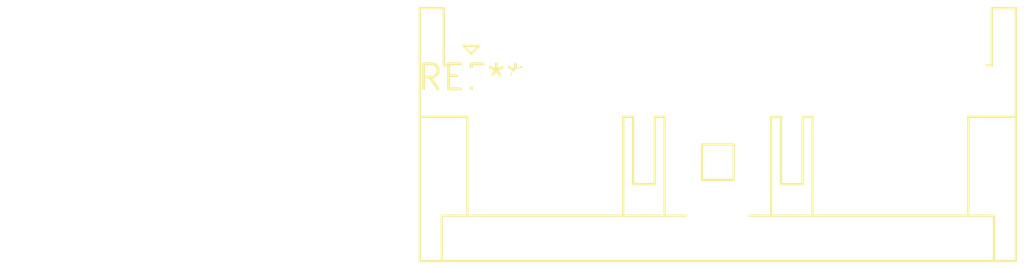
<source format=kicad_pcb>
(kicad_pcb (version 20240108) (generator pcbnew)
  (layers (0 "F.Cu" signal) (31 "B.Cu" signal) (34 "B.Paste" user) (35 "F.Paste" user) (36 "B.SilkS" user "B.Silkscreen") (37 "F.SilkS" user "F.Silkscreen") (38 "B.Mask" user) (39 "F.Mask" user) (44 "Edge.Cuts" user))
  (net 0 "")
  (footprint "JST_XA_S11B-XASK-1_1x11_P2.50mm_Horizontal" (layer "F.Cu") (at 0 0)
    (property "Reference" "REF**")
    (property "Value" "JST_XA_S11B-XASK-1_1x11_P2.50mm_Horizontal")
    (fp_line (start -2.61 -3.51) (end -2.61 9.31) (layer "F.SilkS") (stroke (width 0.12)))
    (fp_line (start -2.61 9.31) (end 27.61 9.31) (layer "F.SilkS") (stroke (width 0.12)))
    (fp_line (start -1.5 7.01) (end 10.9 7.01) (layer "F.SilkS") (stroke (width 0.12)))
    (fp_line (start -1.5 9.31) (end -1.5 7.01) (layer "F.SilkS") (stroke (width 0.12)))
    (fp_line (start -1.39 -3.51) (end -2.61 -3.51) (layer "F.SilkS") (stroke (width 0.12)))
    (fp_line (start -1.39 -0.61) (end -1.39 -3.51) (layer "F.SilkS") (stroke (width 0.12)))
    (fp_line (start -1.11 -0.61) (end -1.39 -0.61) (layer "F.SilkS") (stroke (width 0.12)))
    (fp_line (start -0.4 -1.6) (end 0.4 -1.6) (layer "F.SilkS") (stroke (width 0.12)))
    (fp_line (start -0.2 2) (end -2.61 2) (layer "F.SilkS") (stroke (width 0.12)))
    (fp_line (start -0.2 7.01) (end -0.2 2) (layer "F.SilkS") (stroke (width 0.12)))
    (fp_line (start 0 -1.2) (end -0.4 -1.6) (layer "F.SilkS") (stroke (width 0.12)))
    (fp_line (start 0.4 -1.6) (end 0 -1.2) (layer "F.SilkS") (stroke (width 0.12)))
    (fp_line (start 7.7 2) (end 7.7 7.01) (layer "F.SilkS") (stroke (width 0.12)))
    (fp_line (start 8.2 2) (end 7.7 2) (layer "F.SilkS") (stroke (width 0.12)))
    (fp_line (start 8.2 5.41) (end 8.2 2) (layer "F.SilkS") (stroke (width 0.12)))
    (fp_line (start 9.3 2) (end 9.3 5.41) (layer "F.SilkS") (stroke (width 0.12)))
    (fp_line (start 9.3 5.41) (end 8.2 5.41) (layer "F.SilkS") (stroke (width 0.12)))
    (fp_line (start 9.8 2) (end 9.3 2) (layer "F.SilkS") (stroke (width 0.12)))
    (fp_line (start 9.8 7.01) (end 9.8 2) (layer "F.SilkS") (stroke (width 0.12)))
    (fp_line (start 11.7 3.4) (end 13.3 3.4) (layer "F.SilkS") (stroke (width 0.12)))
    (fp_line (start 11.7 5.2) (end 11.7 3.4) (layer "F.SilkS") (stroke (width 0.12)))
    (fp_line (start 13.3 3.4) (end 13.3 5.2) (layer "F.SilkS") (stroke (width 0.12)))
    (fp_line (start 13.3 5.2) (end 11.7 5.2) (layer "F.SilkS") (stroke (width 0.12)))
    (fp_line (start 14.1 7.01) (end 26.5 7.01) (layer "F.SilkS") (stroke (width 0.12)))
    (fp_line (start 15.2 2) (end 15.7 2) (layer "F.SilkS") (stroke (width 0.12)))
    (fp_line (start 15.2 7.01) (end 15.2 2) (layer "F.SilkS") (stroke (width 0.12)))
    (fp_line (start 15.7 2) (end 15.7 5.41) (layer "F.SilkS") (stroke (width 0.12)))
    (fp_line (start 15.7 5.41) (end 16.8 5.41) (layer "F.SilkS") (stroke (width 0.12)))
    (fp_line (start 16.8 2) (end 17.3 2) (layer "F.SilkS") (stroke (width 0.12)))
    (fp_line (start 16.8 5.41) (end 16.8 2) (layer "F.SilkS") (stroke (width 0.12)))
    (fp_line (start 17.3 2) (end 17.3 7.01) (layer "F.SilkS") (stroke (width 0.12)))
    (fp_line (start 25.2 2) (end 27.61 2) (layer "F.SilkS") (stroke (width 0.12)))
    (fp_line (start 25.2 7.01) (end 25.2 2) (layer "F.SilkS") (stroke (width 0.12)))
    (fp_line (start 26.39 -3.51) (end 26.39 -0.61) (layer "F.SilkS") (stroke (width 0.12)))
    (fp_line (start 26.39 -0.61) (end 26.11 -0.61) (layer "F.SilkS") (stroke (width 0.12)))
    (fp_line (start 26.5 7.01) (end 26.5 9.31) (layer "F.SilkS") (stroke (width 0.12)))
    (fp_line (start 27.61 -3.51) (end 26.39 -3.51) (layer "F.SilkS") (stroke (width 0.12)))
    (fp_line (start 27.61 9.31) (end 27.61 -3.51) (layer "F.SilkS") (stroke (width 0.12)))
    (pad "" np_thru_hole oval (at 12.5 6.5) (size 2.8 2) (drill oval 2.8 2) (layers *.Cu *.Mask))
    (pad "1" thru_hole roundrect (at 0 0) (size 1.7 1.95) (drill 0.95) (layers *.Cu *.Mask) (remove_unused_layers) (roundrect_rratio 0.147059))
    (pad "2" thru_hole oval (at 2.5 0) (size 1.7 1.95) (drill 0.95) (layers *.Cu *.Mask) (remove_unused_layers))
    (pad "3" thru_hole oval (at 5 0) (size 1.7 1.95) (drill 0.95) (layers *.Cu *.Mask) (remove_unused_layers))
    (pad "4" thru_hole oval (at 7.5 0) (size 1.7 1.95) (drill 0.95) (layers *.Cu *.Mask) (remove_unused_layers))
    (pad "5" thru_hole oval (at 10 0) (size 1.7 1.95) (drill 0.95) (layers *.Cu *.Mask) (remove_unused_layers))
    (pad "6" thru_hole oval (at 12.5 0) (size 1.7 1.95) (drill 0.95) (layers *.Cu *.Mask) (remove_unused_layers))
    (pad "7" thru_hole oval (at 15 0) (size 1.7 1.95) (drill 0.95) (layers *.Cu *.Mask) (remove_unused_layers))
    (pad "8" thru_hole oval (at 17.5 0) (size 1.7 1.95) (drill 0.95) (layers *.Cu *.Mask) (remove_unused_layers))
    (pad "9" thru_hole oval (at 20 0) (size 1.7 1.95) (drill 0.95) (layers *.Cu *.Mask) (remove_unused_layers))
    (pad "10" thru_hole oval (at 22.5 0) (size 1.7 1.95) (drill 0.95) (layers *.Cu *.Mask) (remove_unused_layers))
    (pad "11" thru_hole oval (at 25 0) (size 1.7 1.95) (drill 0.95) (layers *.Cu *.Mask) (remove_unused_layers))
  )
)
</source>
